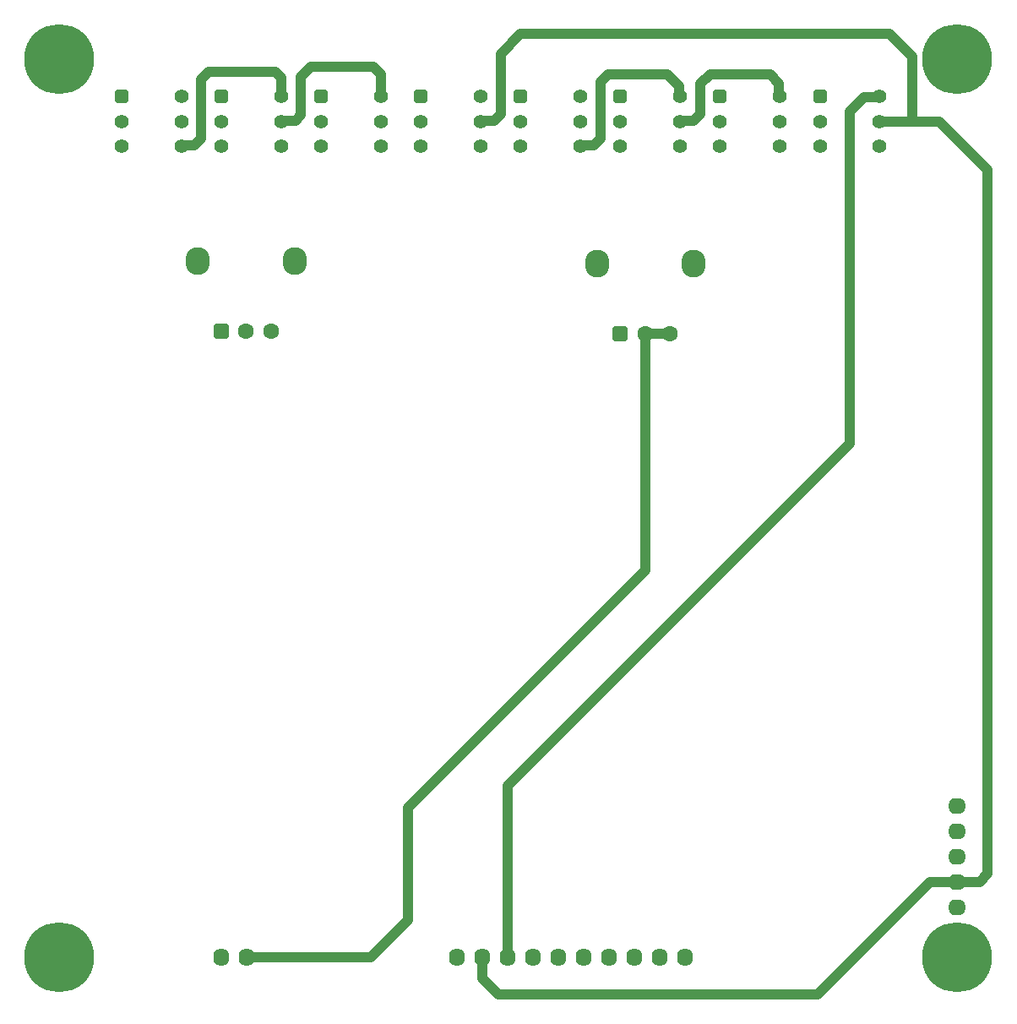
<source format=gbl>
G04*
G04 #@! TF.GenerationSoftware,Altium Limited,Altium Designer,22.7.1 (60)*
G04*
G04 Layer_Physical_Order=2*
G04 Layer_Color=16711680*
%FSLAX44Y44*%
%MOMM*%
G71*
G04*
G04 #@! TF.SameCoordinates,DCD1F4FC-07E0-4B9C-93DB-C222A076345C*
G04*
G04*
G04 #@! TF.FilePolarity,Positive*
G04*
G01*
G75*
%ADD30C,1.0000*%
%ADD31C,7.0000*%
%ADD32O,2.4000X2.8000*%
G04:AMPARAMS|DCode=33|XSize=1.6mm|YSize=1.6mm|CornerRadius=0.4mm|HoleSize=0mm|Usage=FLASHONLY|Rotation=0.000|XOffset=0mm|YOffset=0mm|HoleType=Round|Shape=RoundedRectangle|*
%AMROUNDEDRECTD33*
21,1,1.6000,0.8000,0,0,0.0*
21,1,0.8000,1.6000,0,0,0.0*
1,1,0.8000,0.4000,-0.4000*
1,1,0.8000,-0.4000,-0.4000*
1,1,0.8000,-0.4000,0.4000*
1,1,0.8000,0.4000,0.4000*
%
%ADD33ROUNDEDRECTD33*%
%ADD34C,1.6000*%
%ADD35O,1.6000X1.8000*%
%ADD36C,1.4000*%
G04:AMPARAMS|DCode=37|XSize=1.4mm|YSize=1.4mm|CornerRadius=0.35mm|HoleSize=0mm|Usage=FLASHONLY|Rotation=270.000|XOffset=0mm|YOffset=0mm|HoleType=Round|Shape=RoundedRectangle|*
%AMROUNDEDRECTD37*
21,1,1.4000,0.7000,0,0,270.0*
21,1,0.7000,1.4000,0,0,270.0*
1,1,0.7000,-0.3500,-0.3500*
1,1,0.7000,-0.3500,0.3500*
1,1,0.7000,0.3500,0.3500*
1,1,0.7000,0.3500,-0.3500*
%
%ADD37ROUNDEDRECTD37*%
%ADD38O,1.8000X1.6000*%
D30*
X905000Y887500D02*
X932500D01*
X872500D02*
X905000D01*
Y952500D01*
X882500Y975000D02*
X905000Y952500D01*
X512500Y975000D02*
X882500D01*
X492500Y955000D02*
X512500Y975000D01*
X492500Y895000D02*
Y955000D01*
X485765Y888265D02*
X492500Y895000D01*
X473265Y888265D02*
X485765D01*
X472500Y887500D02*
X473265Y888265D01*
X932500Y887500D02*
X980858Y839142D01*
Y133358D02*
Y839142D01*
X972500Y125000D02*
X980858Y133358D01*
X950000Y125000D02*
X972500D01*
X810000Y12500D02*
X922500Y125000D01*
X950000D01*
X490000Y12500D02*
X810000D01*
X474120Y28380D02*
X490000Y12500D01*
X474120Y28380D02*
Y50000D01*
X272500Y912500D02*
Y931642D01*
X200000Y937500D02*
X266642D01*
X272500Y931642D01*
X192500Y930000D02*
X200000Y937500D01*
X192500Y870000D02*
Y930000D01*
X185765Y863265D02*
X192500Y870000D01*
X173265Y863265D02*
X185765D01*
X172500Y862500D02*
X173265Y863265D01*
X660000Y935000D02*
X671735Y923265D01*
Y913265D02*
X672500Y912500D01*
X671735Y913265D02*
Y923265D01*
X600000Y935000D02*
X660000D01*
X592500Y927500D02*
X600000Y935000D01*
X592500Y870000D02*
Y927500D01*
X585765Y863265D02*
X592500Y870000D01*
X573265Y863265D02*
X585765D01*
X572500Y862500D02*
X573265Y863265D01*
X771735Y913265D02*
Y925765D01*
X762500Y935000D02*
X771735Y925765D01*
Y913265D02*
X772500Y912500D01*
X702500Y935000D02*
X762500D01*
X692500Y925000D02*
X702500Y935000D01*
X692500Y895000D02*
Y925000D01*
X673265Y888265D02*
X685765D01*
X692500Y895000D01*
X672500Y887500D02*
X673265Y888265D01*
X372500Y912500D02*
Y935000D01*
X365000Y942500D02*
X372500Y935000D01*
X302500Y942500D02*
X365000D01*
X292500Y932500D02*
X302500Y942500D01*
X292500Y894123D02*
Y932500D01*
X286642Y888265D02*
X292500Y894123D01*
X273265Y888265D02*
X286642D01*
X272500Y887500D02*
X273265Y888265D01*
X637500Y675000D02*
X662500D01*
X400000Y200000D02*
X637500Y437500D01*
Y675000D01*
X400000Y87500D02*
Y200000D01*
X362500Y50000D02*
X400000Y87500D01*
X499520Y50000D02*
Y222020D01*
X842500Y565000D01*
Y897500D01*
X237900Y50000D02*
X362500D01*
X856735Y911735D02*
X871735D01*
X872500Y912500D01*
X842500Y897500D02*
X856735Y911735D01*
D31*
X950000Y50000D02*
D03*
Y950000D02*
D03*
X50000D02*
D03*
Y50000D02*
D03*
D32*
X286000Y747500D02*
D03*
X189000D02*
D03*
X686000Y745000D02*
D03*
X589000D02*
D03*
D33*
X212500Y677500D02*
D03*
X612500Y675000D02*
D03*
D34*
X262500Y677500D02*
D03*
X237500D02*
D03*
X662500Y675000D02*
D03*
X637500D02*
D03*
D35*
X651920Y50000D02*
D03*
X677320D02*
D03*
X626520D02*
D03*
X601120D02*
D03*
X448720D02*
D03*
X474120D02*
D03*
X524920D02*
D03*
X499520D02*
D03*
X575720D02*
D03*
X550320D02*
D03*
X212500D02*
D03*
X237900D02*
D03*
D36*
X372500Y862500D02*
D03*
X312500D02*
D03*
Y887500D02*
D03*
X372500D02*
D03*
Y912500D02*
D03*
X172500Y862500D02*
D03*
X112500D02*
D03*
Y887500D02*
D03*
X172500D02*
D03*
Y912500D02*
D03*
X272500Y862500D02*
D03*
X212500D02*
D03*
Y887500D02*
D03*
X272500D02*
D03*
Y912500D02*
D03*
X672500Y862500D02*
D03*
X612500D02*
D03*
Y887500D02*
D03*
X672500D02*
D03*
Y912500D02*
D03*
X572500Y862500D02*
D03*
X512500D02*
D03*
Y887500D02*
D03*
X572500D02*
D03*
Y912500D02*
D03*
X772500Y862500D02*
D03*
X712500D02*
D03*
Y887500D02*
D03*
X772500D02*
D03*
Y912500D02*
D03*
X872500Y862500D02*
D03*
X812500D02*
D03*
Y887500D02*
D03*
X872500D02*
D03*
Y912500D02*
D03*
X472500Y862500D02*
D03*
X412500D02*
D03*
Y887500D02*
D03*
X472500D02*
D03*
Y912500D02*
D03*
D37*
X312500D02*
D03*
X112500D02*
D03*
X212500D02*
D03*
X612500D02*
D03*
X512500D02*
D03*
X712500D02*
D03*
X812500D02*
D03*
X412500D02*
D03*
D38*
X950000Y201200D02*
D03*
Y175800D02*
D03*
Y125000D02*
D03*
Y99600D02*
D03*
Y150400D02*
D03*
M02*

</source>
